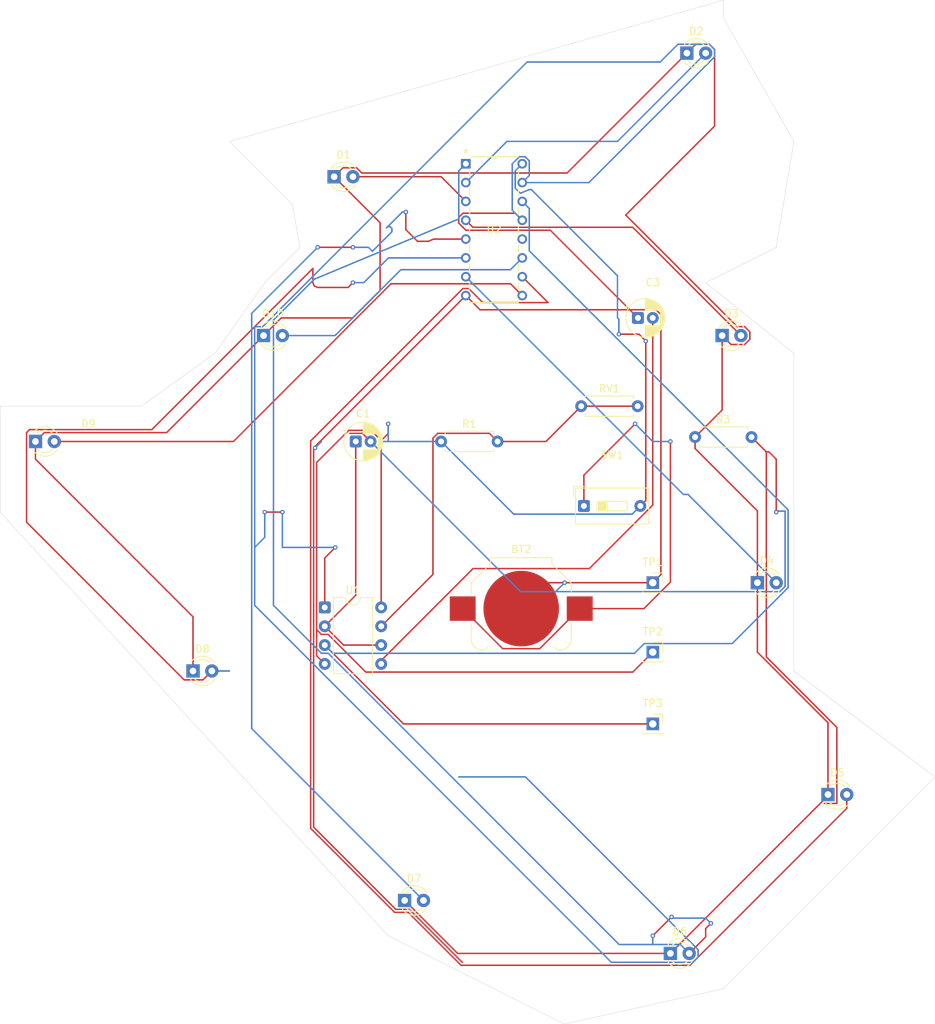
<source format=kicad_pcb>
(kicad_pcb (version 20241229) (generator "pcbnew") (generator_version "9.0")
  (layers (0 "F.Cu" signal) (2 "B.Cu" signal) (13 "F.Paste" user) (15 "B.Paste" user) (5 "F.SilkS" user "F.Silkscreen") (7 "B.SilkS" user "B.Silkscreen") (1 "F.Mask" user) (3 "B.Mask" user) (25 "Edge.Cuts" user))
  (net 0 "")
  (net 1 "GND")
  (net 2 "Net-(BT2-+)")
  (net 3 "TR")
  (net 4 "Net-(U1-CV)")
  (net 5 "Net-(D1-K)")
  (net 6 "Net-(D1-A)")
  (net 7 "Net-(D2-A)")
  (net 8 "Net-(D3-A)")
  (net 9 "Net-(D4-A)")
  (net 10 "Net-(D5-A)")
  (net 11 "Net-(D6-A)")
  (net 12 "Net-(D7-A)")
  (net 13 "Net-(D8-A)")
  (net 14 "Net-(D9-A)")
  (net 15 "Net-(D10-A)")
  (net 16 "+5V")
  (net 17 "Net-(U1-DIS)")
  (net 18 "OUT")
  (footprint "Resistor_THT:R_Axial_DIN0207_L6.3mm_D2.5mm_P7.62mm_Horizontal" (layer "F.Cu") (at 162.8775 73.2225)
    (property "Reference" "R3" (at 3.81 -2.37 0) (layer "F.SilkS"))
    (property "Value" "470")
    (pad "1" thru_hole circle (at 0 0) (size 1.6 1.6) (drill 0.8) (layers "*.Cu" "*.Mask") (net 5 "Net-(D1-K)"))
    (pad "2" thru_hole circle (at 7.62 0) (size 1.6 1.6) (drill 0.8) (layers "*.Cu" "*.Mask") (net 1 "GND"))
  )
  (footprint "Capacitor_THT:CP_Radial_D5.0mm_P2.00mm" (layer "F.Cu") (at 117.0625 73.81875)
    (property "Reference" "C1" (at 1 -3.75 0) (layer "F.SilkS"))
    (property "Value" "1 uF")
    (pad "1" thru_hole roundrect (at 0 0) (size 1.6 1.6) (drill 0.8) (layers "*.Cu" "*.Mask") (roundrect_rratio 0.15625) (net 3 "TR"))
    (pad "2" thru_hole circle (at 2 0) (size 1.6 1.6) (drill 0.8) (layers "*.Cu" "*.Mask") (net 1 "GND"))
  )
  (footprint "LED_THT:LED_D3.0mm" (layer "F.Cu") (at 114.14125 38.1)
    (property "Reference" "D1" (at 1.27 -2.96 0) (layer "F.SilkS"))
    (property "Value" "LED")
    (pad "1" thru_hole rect (at 0 0) (size 1.8 1.8) (drill 0.9) (layers "*.Cu" "*.Mask") (net 5 "Net-(D1-K)"))
    (pad "2" thru_hole circle (at 2.54 0) (size 1.8 1.8) (drill 0.9) (layers "*.Cu" "*.Mask") (net 6 "Net-(D1-A)"))
  )
  (footprint "Resistor_THT:R_Axial_DIN0207_L6.3mm_D2.5mm_P7.62mm_Horizontal" (layer "F.Cu") (at 128.5875 73.81875)
    (property "Reference" "R1" (at 3.81 -2.37 0) (layer "F.SilkS"))
    (property "Value" "1k")
    (pad "1" thru_hole circle (at 0 0) (size 1.6 1.6) (drill 0.8) (layers "*.Cu" "*.Mask") (net 16 "+5V"))
    (pad "2" thru_hole circle (at 7.62 0) (size 1.6 1.6) (drill 0.8) (layers "*.Cu" "*.Mask") (net 17 "Net-(U1-DIS)"))
  )
  (footprint "LED_THT:LED_D3.0mm" (layer "F.Cu") (at 171.29125 92.86875)
    (property "Reference" "D4" (at 1.27 -2.96 0) (layer "F.SilkS"))
    (property "Value" "LED")
    (pad "1" thru_hole rect (at 0 0) (size 1.8 1.8) (drill 0.9) (layers "*.Cu" "*.Mask") (net 5 "Net-(D1-K)"))
    (pad "2" thru_hole circle (at 2.54 0) (size 1.8 1.8) (drill 0.9) (layers "*.Cu" "*.Mask") (net 9 "Net-(D4-A)"))
  )
  (footprint "footprints:N16" (layer "F.Cu") (at 139.54125 54.13375)
    (property "Reference" "U2" (at -3.81 -8.89 0) (layer "F.SilkS"))
    (property "Value" "4017")
    (fp_text user "*" (at -7.62 -19.1897 0) (layer "F.SilkS"))
    (fp_text user "*" (at -7.62 -19.1897 0) (layer "F.SilkS"))
    (pad "1" thru_hole rect (at -7.62 -17.78) (size 1.2954 1.2954) (drill 0.7874) (layers "*.Cu" "*.Mask") (net 11 "Net-(D6-A)"))
    (pad "2" thru_hole circle (at -7.62 -15.24) (size 1.2954 1.2954) (drill 0.7874) (layers "*.Cu" "*.Mask") (net 7 "Net-(D2-A)"))
    (pad "3" thru_hole circle (at -7.62 -12.7) (size 1.2954 1.2954) (drill 0.7874) (layers "*.Cu" "*.Mask") (net 6 "Net-(D1-A)"))
    (pad "4" thru_hole circle (at -7.62 -10.16) (size 1.2954 1.2954) (drill 0.7874) (layers "*.Cu" "*.Mask") (net 8 "Net-(D3-A)"))
    (pad "5" thru_hole circle (at -7.62 -7.62) (size 1.2954 1.2954) (drill 0.7874) (layers "*.Cu" "*.Mask") (net 12 "Net-(D7-A)"))
    (pad "6" thru_hole circle (at -7.62 -5.08) (size 1.2954 1.2954) (drill 0.7874) (layers "*.Cu" "*.Mask") (net 13 "Net-(D8-A)"))
    (pad "7" thru_hole circle (at -7.62 -2.54) (size 1.2954 1.2954) (drill 0.7874) (layers "*.Cu" "*.Mask") (net 9 "Net-(D4-A)"))
    (pad "8" thru_hole circle (at -7.62 0) (size 1.2954 1.2954) (drill 0.7874) (layers "*.Cu" "*.Mask") (net 1 "GND"))
    (pad "9" thru_hole circle (at 0 0) (size 1.2954 1.2954) (drill 0.7874) (layers "*.Cu" "*.Mask") (net 14 "Net-(D9-A)"))
    (pad "10" thru_hole circle (at 0 -2.54) (size 1.2954 1.2954) (drill 0.7874) (layers "*.Cu" "*.Mask") (net 10 "Net-(D5-A)"))
    (pad "11" thru_hole circle (at 0 -5.08) (size 1.2954 1.2954) (drill 0.7874) (layers "*.Cu" "*.Mask") (net 15 "Net-(D10-A)"))
    (pad "12" thru_hole circle (at 0 -7.62) (size 1.2954 1.2954) (drill 0.7874) (layers "*.Cu" "*.Mask"))
    (pad "13" thru_hole circle (at 0 -10.16) (size 1.2954 1.2954) (drill 0.7874) (layers "*.Cu" "*.Mask") (net 1 "GND"))
    (pad "14" thru_hole circle (at 0 -12.7) (size 1.2954 1.2954) (drill 0.7874) (layers "*.Cu" "*.Mask") (net 18 "OUT"))
    (pad "15" thru_hole circle (at 0 -15.24) (size 1.2954 1.2954) (drill 0.7874) (layers "*.Cu" "*.Mask") (net 1 "GND"))
    (pad "16" thru_hole circle (at 0 -17.78) (size 1.2954 1.2954) (drill 0.7874) (layers "*.Cu" "*.Mask") (net 16 "+5V"))
  )
  (footprint "LED_THT:LED_D3.0mm" (layer "F.Cu") (at 104.61625 59.53125)
    (property "Reference" "D10" (at 1.27 -2.96 0) (layer "F.SilkS"))
    (property "Value" "LED")
    (pad "1" thru_hole rect (at 0 0) (size 1.8 1.8) (drill 0.9) (layers "*.Cu" "*.Mask") (net 5 "Net-(D1-K)"))
    (pad "2" thru_hole circle (at 2.54 0) (size 1.8 1.8) (drill 0.9) (layers "*.Cu" "*.Mask") (net 15 "Net-(D10-A)"))
  )
  (footprint "LED_THT:LED_D3.0mm" (layer "F.Cu") (at 180.81625 121.44375)
    (property "Reference" "D5" (at 1.27 -2.96 0) (layer "F.SilkS"))
    (property "Value" "LED")
    (pad "1" thru_hole rect (at 0 0) (size 1.8 1.8) (drill 0.9) (layers "*.Cu" "*.Mask") (net 5 "Net-(D1-K)"))
    (pad "2" thru_hole circle (at 2.54 0) (size 1.8 1.8) (drill 0.9) (layers "*.Cu" "*.Mask") (net 10 "Net-(D5-A)"))
  )
  (footprint "LED_THT:LED_D3.0mm" (layer "F.Cu") (at 95.09125 104.775)
    (property "Reference" "D8" (at 1.27 -2.96 0) (layer "F.SilkS"))
    (property "Value" "LED")
    (pad "1" thru_hole rect (at 0 0) (size 1.8 1.8) (drill 0.9) (layers "*.Cu" "*.Mask") (net 5 "Net-(D1-K)"))
    (pad "2" thru_hole circle (at 2.54 0) (size 1.8 1.8) (drill 0.9) (layers "*.Cu" "*.Mask") (net 13 "Net-(D8-A)"))
  )
  (footprint "Package_DIP:DIP-8_W7.62mm" (layer "F.Cu") (at 112.87625 96.2025)
    (property "Reference" "U1" (at 3.81 -2.33 0) (layer "F.SilkS"))
    (property "Value" "NE555P")
    (pad "1" thru_hole roundrect (at 0 0) (size 1.6 1.6) (drill 0.8) (layers "*.Cu" "*.Mask") (roundrect_rratio 0.15625) (net 1 "GND"))
    (pad "2" thru_hole circle (at 0 2.54) (size 1.6 1.6) (drill 0.8) (layers "*.Cu" "*.Mask") (net 3 "TR"))
    (pad "3" thru_hole circle (at 0 5.08) (size 1.6 1.6) (drill 0.8) (layers "*.Cu" "*.Mask") (net 18 "OUT"))
    (pad "4" thru_hole circle (at 0 7.62) (size 1.6 1.6) (drill 0.8) (layers "*.Cu" "*.Mask") (net 16 "+5V"))
    (pad "5" thru_hole circle (at 7.62 7.62) (size 1.6 1.6) (drill 0.8) (layers "*.Cu" "*.Mask") (net 4 "Net-(U1-CV)"))
    (pad "6" thru_hole circle (at 7.62 5.08) (size 1.6 1.6) (drill 0.8) (layers "*.Cu" "*.Mask") (net 3 "TR"))
    (pad "7" thru_hole circle (at 7.62 2.54) (size 1.6 1.6) (drill 0.8) (layers "*.Cu" "*.Mask") (net 17 "Net-(U1-DIS)"))
    (pad "8" thru_hole circle (at 7.62 0) (size 1.6 1.6) (drill 0.8) (layers "*.Cu" "*.Mask") (net 16 "+5V"))
  )
  (footprint "Button_Switch_THT:SW_DIP_SPSTx01_Slide_9.78x4.72mm_W7.62mm_P2.54mm" (layer "F.Cu") (at 147.865 82.5175)
    (property "Reference" "SW1" (at 3.81 -6.8625 0) (layer "F.SilkS"))
    (property "Value" "SW_SPST")
    (pad "1" thru_hole roundrect (at 0 0) (size 1.6 1.6) (drill 0.8) (layers "*.Cu" "*.Mask") (roundrect_rratio 0.15625) (net 2 "Net-(BT2-+)"))
    (pad "2" thru_hole circle (at 7.62 0) (size 1.6 1.6) (drill 0.8) (layers "*.Cu" "*.Mask") (net 16 "+5V"))
  )
  (footprint "Connector_PinSocket_2.54mm:PinSocket_1x01_P2.54mm_Vertical" (layer "F.Cu") (at 157.1625 92.86875)
    (property "Reference" "TP1" (at 0 -2.77 0) (layer "F.SilkS"))
    (property "Value" "TestPoint")
    (pad "1" thru_hole rect (at 0 0) (size 1.7 1.7) (drill 1) (layers "*.Cu" "*.Mask") (net 1 "GND"))
  )
  (footprint "Connector_PinSocket_2.54mm:PinSocket_1x01_P2.54mm_Vertical" (layer "F.Cu") (at 157.1625 102.23125)
    (property "Reference" "TP2" (at 0 -2.77 0) (layer "F.SilkS"))
    (property "Value" "TestPoint")
    (pad "1" thru_hole rect (at 0 0) (size 1.7 1.7) (drill 1) (layers "*.Cu" "*.Mask") (net 16 "+5V"))
  )
  (footprint "Resistor_THT:R_Axial_DIN0207_L6.3mm_D2.5mm_P7.62mm_Horizontal" (layer "F.Cu") (at 147.5 69.05625)
    (property "Reference" "RV1" (at 3.81 -2.37 0) (layer "F.SilkS"))
    (property "Value" "50k")
    (pad "1" thru_hole circle (at 0 0) (size 1.6 1.6) (drill 0.8) (layers "*.Cu" "*.Mask") (net 17 "Net-(U1-DIS)"))
    (pad "2" thru_hole circle (at 7.62 0) (size 1.6 1.6) (drill 0.8) (layers "*.Cu" "*.Mask") (net 17 "Net-(U1-DIS)"))
  )
  (footprint "LED_THT:LED_D3.0mm" (layer "F.Cu") (at 166.52875 59.53125)
    (property "Reference" "D3" (at 1.27 -2.96 0) (layer "F.SilkS"))
    (property "Value" "LED")
    (pad "1" thru_hole rect (at 0 0) (size 1.8 1.8) (drill 0.9) (layers "*.Cu" "*.Mask") (net 5 "Net-(D1-K)"))
    (pad "2" thru_hole circle (at 2.54 0) (size 1.8 1.8) (drill 0.9) (layers "*.Cu" "*.Mask") (net 8 "Net-(D3-A)"))
  )
  (footprint "LED_THT:LED_D3.0mm" (layer "F.Cu") (at 73.81875 73.81875)
    (property "Reference" "D9" (at 7.14375 -2.38125 0) (layer "F.SilkS"))
    (property "Value" "LED")
    (pad "1" thru_hole rect (at 0 0) (size 1.8 1.8) (drill 0.9) (layers "*.Cu" "*.Mask") (net 5 "Net-(D1-K)"))
    (pad "2" thru_hole circle (at 2.54 0) (size 1.8 1.8) (drill 0.9) (layers "*.Cu" "*.Mask") (net 14 "Net-(D9-A)"))
  )
  (footprint "LED_THT:LED_D3.0mm" (layer "F.Cu") (at 123.66625 135.73125)
    (property "Reference" "D7" (at 1.27 -2.96 0) (layer "F.SilkS"))
    (property "Value" "LED")
    (pad "1" thru_hole rect (at 0 0) (size 1.8 1.8) (drill 0.9) (layers "*.Cu" "*.Mask") (net 5 "Net-(D1-K)"))
    (pad "2" thru_hole circle (at 2.54 0) (size 1.8 1.8) (drill 0.9) (layers "*.Cu" "*.Mask") (net 12 "Net-(D7-A)"))
  )
  (footprint "LED_THT:LED_D3.0mm" (layer "F.Cu") (at 159.54375 142.875)
    (property "Reference" "D6" (at 1.27 -2.96 0) (layer "F.SilkS"))
    (property "Value" "LED")
    (pad "1" thru_hole rect (at 0 0) (size 1.8 1.8) (drill 0.9) (layers "*.Cu" "*.Mask") (net 5 "Net-(D1-K)"))
    (pad "2" thru_hole circle (at 2.54 0) (size 1.8 1.8) (drill 0.9) (layers "*.Cu" "*.Mask") (net 11 "Net-(D6-A)"))
  )
  (footprint "Capacitor_THT:CP_Radial_D5.0mm_P2.00mm" (layer "F.Cu") (at 155.1625 57.15)
    (property "Reference" "C3" (at 2 -4.7625 0) (layer "F.SilkS"))
    (property "Value" "0.01 uF")
    (pad "1" thru_hole roundrect (at 0 0) (size 1.6 1.6) (drill 0.8) (layers "*.Cu" "*.Mask") (roundrect_rratio 0.15625) (net 1 "GND"))
    (pad "2" thru_hole circle (at 2 0) (size 1.6 1.6) (drill 0.8) (layers "*.Cu" "*.Mask") (net 4 "Net-(U1-CV)"))
  )
  (footprint "LED_THT:LED_D3.0mm" (layer "F.Cu") (at 161.76625 21.43125)
    (property "Reference" "D2" (at 1.27 -2.96 0) (layer "F.SilkS"))
    (property "Value" "LED")
    (pad "1" thru_hole rect (at 0 0) (size 1.8 1.8) (drill 0.9) (layers "*.Cu" "*.Mask") (net 5 "Net-(D1-K)"))
    (pad "2" thru_hole circle (at 2.54 0) (size 1.8 1.8) (drill 0.9) (layers "*.Cu" "*.Mask") (net 7 "Net-(D2-A)"))
  )
  (footprint "Battery:BatteryHolder_Keystone_3000_1x12mm" (layer "F.Cu") (at 139.4 96.3625)
    (property "Reference" "BT2" (at 0 -8 0) (layer "F.SilkS"))
    (property "Value" "Battery_Cell")
    (pad "1" smd rect (at -7.9 0) (size 3.5 3.3) (layers "F.Cu" "F.Mask" "F.Paste") (net 2 "Net-(BT2-+)"))
    (pad "1" smd rect (at 7.9 0) (size 3.5 3.3) (layers "F.Cu" "F.Mask" "F.Paste") (net 2 "Net-(BT2-+)"))
    (pad "2" smd circle (at 0 0) (size 10.2 10.2) (layers "F.Cu" "F.Mask") (net 1 "GND"))
  )
  (footprint "Connector_PinSocket_2.54mm:PinSocket_1x01_P2.54mm_Vertical" (layer "F.Cu") (at 157.1625 111.91875)
    (property "Reference" "TP3" (at 0 -2.77 0) (layer "F.SilkS"))
    (property "Value" "TestPoint")
    (pad "1" thru_hole rect (at 0 0) (size 1.7 1.7) (drill 1) (layers "*.Cu" "*.Mask") (net 18 "OUT"))
  )
  (gr_line (start 176.2125 104.775) (end 195.2625 119.0625) (stroke (width 0.05)) (layer "Edge.Cuts"))
  (gr_line (start 176.2125 33.3375) (end 173.83125 47.625) (stroke (width 0.05)) (layer "Edge.Cuts"))
  (gr_line (start 100.0125 33.3375) (end 104.775 38.1) (stroke (width 0.05)) (layer "Edge.Cuts"))
  (gr_line (start 108.518616 41.875383) (end 104.775 38.1) (stroke (width 0.05)) (layer "Edge.Cuts"))
  (gr_line (start 121.44375 140.49375) (end 69.05625 83.34375) (stroke (width 0.05)) (layer "Edge.Cuts"))
  (gr_line (start 109.5375 47.625) (end 108.518616 41.875383) (stroke (width 0.05)) (layer "Edge.Cuts"))
  (gr_line (start 164.30625 52.3875) (end 176.2125 61.9125) (stroke (width 0.05)) (layer "Edge.Cuts"))
  (gr_line (start 166.6875 147.6375) (end 145.25625 152.4) (stroke (width 0.05)) (layer "Edge.Cuts"))
  (gr_line (start 69.05625 83.34375) (end 69.05625 69.05625) (stroke (width 0.05)) (layer "Edge.Cuts"))
  (gr_line (start 173.83125 47.625) (end 164.30625 52.3875) (stroke (width 0.05)) (layer "Edge.Cuts"))
  (gr_line (start 166.6875 16.66875) (end 176.2125 33.3375) (stroke (width 0.05)) (layer "Edge.Cuts"))
  (gr_line (start 69.05625 69.05625) (end 88.10625 69.05625) (stroke (width 0.05)) (layer "Edge.Cuts"))
  (gr_line (start 176.2125 61.9125) (end 176.2125 104.775) (stroke (width 0.05)) (layer "Edge.Cuts"))
  (gr_line (start 166.6875 14.2875) (end 166.6875 16.66875) (stroke (width 0.05)) (layer "Edge.Cuts"))
  (gr_line (start 195.2625 119.0625) (end 180.975 133.35) (stroke (width 0.05)) (layer "Edge.Cuts"))
  (gr_line (start 88.10625 69.05625) (end 98.080274 61.9125) (stroke (width 0.05)) (layer "Edge.Cuts"))
  (gr_line (start 145.25625 152.4) (end 121.44375 140.49375) (stroke (width 0.05)) (layer "Edge.Cuts"))
  (gr_line (start 104.775 52.3875) (end 109.5375 47.625) (stroke (width 0.05)) (layer "Edge.Cuts"))
  (gr_line (start 180.975 133.35) (end 166.6875 147.6375) (stroke (width 0.05)) (layer "Edge.Cuts"))
  (gr_line (start 100.0125 33.3375) (end 166.6875 14.2875) (stroke (width 0.05)) (layer "Edge.Cuts"))
  (gr_line (start 98.080274 61.9125) (end 104.775 52.3875) (stroke (width 0.05)) (layer "Edge.Cuts"))
  (segment (start 172.49225 75.21725) (end 172.49225 102.8689) (width 0.2) (layer "F.Cu") (net 1))
  (segment (start 155.1625 57.15) (end 143.33595 45.32345) (width 0.2) (layer "F.Cu") (net 1))
  (segment (start 112.87625 89.53) (end 114.3 88.10625) (width 0.2) (layer "F.Cu") (net 1))
  (segment (start 182.01725 122.64475) (end 180.3411 122.64475) (width 0.2) (layer "F.Cu") (net 1))
  (segment (start 143.33595 45.32345) (end 131.929285 45.32345) (width 0.2) (layer "F.Cu") (net 1))
  (segment (start 133.8365 56.049) (end 131.92125 54.13375) (width 0.2) (layer "F.Cu") (net 1))
  (segment (start 173.83125 76.2) (end 172.8485 75.21725) (width 0.2) (layer "F.Cu") (net 1))
  (segment (start 173.83125 83.34375) (end 173.83125 76.2) (width 0.2) (layer "F.Cu") (net 1))
  (segment (start 158.2635 56.69395) (end 157.61855 56.049) (width 0.2) (layer "F.Cu") (net 1))
  (segment (start 107.15625 83.34375) (end 104.775 83.34375) (width 0.2) (layer "F.Cu") (net 1))
  (segment (start 170.4975 73.2225) (end 172.49225 75.21725) (width 0.2) (layer "F.Cu") (net 1))
  (segment (start 131.4439 144.076) (end 124.30015 136.93225) (width 0.2) (layer "F.Cu") (net 1))
  (segment (start 130.97255 43.580785) (end 131.528285 43.02505) (width 0.2) (layer "F.Cu") (net 1))
  (segment (start 158.2635 91.76775) (end 158.2635 56.69395) (width 0.2) (layer "F.Cu") (net 1))
  (segment (start 122.46525 136.93225) (end 111.37425 125.84125) (width 0.2) (layer "F.Cu") (net 1))
  (segment (start 172.49225 102.8689) (end 182.01725 112.3939) (width 0.2) (layer "F.Cu") (net 1))
  (segment (start 116.27734 72.71775) (end 117.9615 72.71775) (width 0.2) (layer "F.Cu") (net 1))
  (segment (start 131.528285 43.02505) (end 138.59255 43.02505) (width 0.2) (layer "F.Cu") (net 1))
  (segment (start 124.30015 136.93225) (end 122.46525 136.93225) (width 0.2) (layer "F.Cu") (net 1))
  (segment (start 138.59255 43.02505) (end 139.54125 43.97375) (width 0.2) (layer "F.Cu") (net 1))
  (segment (start 130.97255 44.366715) (end 130.97255 43.580785) (width 0.2) (layer "F.Cu") (net 1))
  (segment (start 142.89375 92.86875) (end 139.4 96.3625) (width 0.2) (layer "F.Cu") (net 1))
  (segment (start 111.37425 74.68075) (end 131.92125 54.13375) (width 0.2) (layer "F.Cu") (net 1))
  (segment (start 111.37425 125.84125) (end 111.37425 74.68075) (width 0.2) (layer "F.Cu") (net 1))
  (segment (start 157.1625 92.86875) (end 158.2635 91.76775) (width 0.2) (layer "F.Cu") (net 1))
  (segment (start 182.01725 112.3939) (end 182.01725 122.64475) (width 0.2) (layer "F.Cu") (net 1))
  (segment (start 157.61855 56.049) (end 133.8365 56.049) (width 0.2) (layer "F.Cu") (net 1))
  (segment (start 131.929285 45.32345) (end 130.97255 44.366715) (width 0.2) (layer "F.Cu") (net 1))
  (segment (start 157.1625 92.86875) (end 142.89375 92.86875) (width 0.2) (layer "F.Cu") (net 1))
  (segment (start 112.87625 96.2025) (end 112.87625 89.53) (width 0.2) (layer "F.Cu") (net 1))
  (segment (start 117.9615 72.71775) (end 119.0625 73.81875) (width 0.2) (layer "F.Cu") (net 1))
  (segment (start 172.8485 75.21725) (end 172.49225 75.21725) (width 0.2) (layer "F.Cu") (net 1))
  (via (at 104.775 83.34375) (size 0.6) (drill 0.3) (layers "F.Cu" "B.Cu") (net 1))
  (via (at 173.83125 83.34375) (size 0.6) (drill 0.3) (layers "F.Cu" "B.Cu") (net 1))
  (via (at 145.25625 92.86875) (size 0.6) (drill 0.3) (layers "F.Cu" "B.Cu") (net 1))
  (via (at 107.15625 83.34375) (size 0.6) (drill 0.3) (layers "F.Cu" "B.Cu") (net 1))
  (via (at 114.3 88.10625) (size 0.6) (drill 0.3) (layers "F.Cu" "B.Cu") (net 1))
  (via (at 111.57325 74.68075) (size 0.6) (drill 0.3) (layers "F.Cu" "B.Cu") (net 1))
  (segment (start 144.05525 94.06975) (end 139.3135 94.06975) (width 0.2) (layer "B.Cu") (net 1))
  (segment (start 104.775 86.7465) (end 103.41525 88.10625) (width 0.2) (layer "B.Cu") (net 1))
  (segment (start 175.03225 93.366221) (end 174.328721 94.06975) (width 0.2) (layer "B.Cu") (net 1))
  (segment (start 175.03225 83.203085) (end 175.03225 93.366221) (width 0.2) (layer "B.Cu") (net 1))
  (segment (start 174.328721 94.06975) (end 144.05525 94.06975) (width 0.2) (layer "B.Cu") (net 1))
  (segment (start 160.56525 20.23025) (end 158.16325 22.63225) (width 0.2) (layer "B.Cu") (net 1))
  (segment (start 103.41525 95.91855) (end 151.5727 144.076) (width 0.2) (layer "B.Cu") (net 1))
  (segment (start 138.19155 42.62405) (end 139.54125 43.97375) (width 0.2) (layer "B.Cu") (net 1))
  (segment (start 103.41525 58.33025) (end 103.41525 88.10625) (width 0.2) (layer "B.Cu") (net 1))
  (segment (start 139.148285 35.40505) (end 138.19155 36.361785) (width 0.2) (layer "B.Cu") (net 1))
  (segment (start 173.971915 83.203085) (end 173.83125 83.34375) (width 0.2) (layer "B.Cu") (net 1))
  (segment (start 151.5727 144.076) (end 162.581221 144.076) (width 0.2) (layer "B.Cu") (net 1))
  (segment (start 148.542221 38.89375) (end 165.50725 21.928721) (width 0.2) (layer "B.Cu") (net 1))
  (segment (start 139.54125 38.89375) (end 148.542221 38.89375) (width 0.2) (layer "B.Cu") (net 1))
  (segment (start 104.775 83.34375) (end 104.775 86.7465) (width 0.2) (layer "B.Cu") (net 1))
  (segment (start 112.43525 73.81875) (end 111.57325 74.68075) (width 0.2) (layer "B.Cu") (net 1))
  (segment (start 139.54125 38.89375) (end 140.48995 37.94505) (width 0.2) (layer "B.Cu") (net 1))
  (segment (start 145.25625 92.86875) (end 144.05525 94.06975) (width 0.2) (layer "B.Cu") (net 1))
  (segment (start 140.48995 37.94505) (end 140.48995 35.960785) (width 0.2) (layer "B.Cu") (net 1))
  (segment (start 140.48995 35.960785) (end 139.934215 35.40505) (width 0.2) (layer "B.Cu") (net 1))
  (segment (start 165.50725 21.928721) (end 165.50725 20.933779) (width 0.2) (layer "B.Cu") (net 1))
  (segment (start 139.969721 119.0625) (end 130.96875 119.0625) (width 0.2) (layer "B.Cu") (net 1))
  (segment (start 158.16325 22.63225) (end 140.186931 22.63225) (width 0.2) (layer "B.Cu") (net 1))
  (segment (start 165.50725 20.933779) (end 164.803721 20.23025) (width 0.2) (layer "B.Cu") (net 1))
  (segment (start 163.28475 142.377529) (end 139.969721 119.0625) (width 0.2) (layer "B.Cu") (net 1))
  (segment (start 138.19155 36.361785) (end 138.19155 42.62405) (width 0.2) (layer "B.Cu") (net 1))
  (segment (start 139.934215 35.40505) (end 139.148285 35.40505) (width 0.2) (layer "B.Cu") (net 1))
  (segment (start 104.488931 58.33025) (end 103.41525 58.33025) (width 0.2) (layer "B.Cu") (net 1))
  (segment (start 114.3 88.10625) (end 107.15625 88.10625) (width 0.2) (layer "B.Cu") (net 1))
  (segment (start 107.15625 88.10625) (end 107.15625 83.34375) (width 0.2) (layer "B.Cu") (net 1))
  (segment (start 139.3135 94.06975) (end 119.0625 73.81875) (width 0.2) (layer "B.Cu") (net 1))
  (segment (start 175.03225 83.203085) (end 173.971915 83.203085) (width 0.2) (layer "B.Cu") (net 1))
  (segment (start 163.28475 143.372471) (end 163.28475 142.377529) (width 0.2) (layer "B.Cu") (net 1))
  (segment (start 103.41525 88.10625) (end 103.41525 95.91855) (width 0.2) (layer "B.Cu") (net 1))
  (segment (start 162.581221 144.076) (end 163.28475 143.372471) (width 0.2) (layer "B.Cu") (net 1))
  (segment (start 164.803721 20.23025) (end 160.56525 20.23025) (width 0.2) (layer "B.Cu") (net 1))
  (segment (start 140.186931 22.63225) (end 104.488931 58.33025) (width 0.2) (layer "B.Cu") (net 1))
  (segment (start 147.3 96.3625) (end 155.97075 96.3625) (width 0.2) (layer "F.Cu") (net 2))
  (segment (start 159.54375 92.7895) (end 159.54375 76.2) (width 0.2) (layer "F.Cu") (net 2))
  (segment (start 147.3 96.3625) (end 141.899 101.7635) (width 0.2) (layer "F.Cu") (net 2))
  (segment (start 159.54375 76.2) (end 159.54375 73.81875) (width 0.2) (layer "F.Cu") (net 2))
  (segment (start 141.899 101.7635) (end 136.901 101.7635) (width 0.2) (layer "F.Cu") (net 2))
  (segment (start 136.901 101.7635) (end 131.5 96.3625) (width 0.2) (layer "F.Cu") (net 2))
  (segment (start 147.865 78.35375) (end 147.865 82.5175) (width 0.2) (layer "F.Cu") (net 2))
  (segment (start 154.78125 71.4375) (end 147.865 78.35375) (width 0.2) (layer "F.Cu") (net 2))
  (segment (start 155.97075 96.3625) (end 159.54375 92.7895) (width 0.2) (layer "F.Cu") (net 2))
  (via (at 159.54375 73.81875) (size 0.6) (drill 0.3) (layers "F.Cu" "B.Cu") (net 2))
  (via (at 154.78125 71.4375) (size 0.6) (drill 0.3) (layers "F.Cu" "B.Cu") (net 2))
  (segment (start 159.54375 73.81875) (end 157.1625 73.81875) (width 0.2) (layer "B.Cu") (net 2))
  (segment (start 157.1625 73.81875) (end 154.78125 71.4375) (width 0.2) (layer "B.Cu") (net 2))
  (segment (start 117.0625 94.55625) (end 117.0625 73.81875) (width 0.2) (layer "F.Cu") (net 3))
  (segment (start 115.41625 101.2825) (end 112.87625 98.7425) (width 0.2) (layer "F.Cu") (net 3))
  (segment (start 120.49625 101.2825) (end 115.41625 101.2825) (width 0.2) (layer "F.Cu") (net 3))
  (segment (start 112.87625 98.7425) (end 117.0625 94.55625) (width 0.2) (layer "F.Cu") (net 3))
  (segment (start 132.899 90.9615) (end 120.49625 103.36425) (width 0.2) (layer "F.Cu") (net 4))
  (segment (start 120.49625 103.36425) (end 120.49625 103.8225) (width 0.2) (layer "F.Cu") (net 4))
  (segment (start 148.59805 90.9615) (end 132.899 90.9615) (width 0.2) (layer "F.Cu") (net 4))
  (segment (start 157.1625 82.39705) (end 148.59805 90.9615) (width 0.2) (layer "F.Cu") (net 4))
  (segment (start 157.1625 57.15) (end 157.1625 82.39705) (width 0.2) (layer "F.Cu") (net 4))
  (segment (start 180.81625 121.44375) (end 180.81625 121.6025) (width 0.2) (layer "F.Cu") (net 5))
  (segment (start 162.96725 20.23025) (end 161.76625 21.43125) (width 0.2) (layer "F.Cu") (net 5))
  (segment (start 165.50725 20.933779) (end 164.803721 20.23025) (width 0.2) (layer "F.Cu") (net 5))
  (segment (start 166.52875 59.53125) (end 166.52875 69.57125) (width 0.2) (layer "F.Cu") (net 5))
  (segment (start 114.14125 38.1) (end 120.349407 44.308157) (width 0.2) (layer "F.Cu") (net 5))
  (segment (start 145.594971 37.602529) (end 117.88225 37.602529) (width 0.2) (layer "F.Cu") (net 5))
  (segment (start 95.09125 104.775) (end 95.09125 97.4725) (width 0.2) (layer "F.Cu") (net 5))
  (segment (start 117.88225 37.602529) (end 117.178721 36.899) (width 0.2) (layer "F.Cu") (net 5))
  (segment (start 120.349407 44.308157) (end 120.349407 53.453013) (width 0.2) (layer "F.Cu") (net 5))
  (segment (start 180.81625 121.6025) (end 159.54375 142.875) (width 0.2) (layer "F.Cu") (net 5))
  (segment (start 104.61625 59.53125) (end 91.52975 72.61775) (width 0.2) (layer "F.Cu") (net 5))
  (segment (start 171.29125 102.235) (end 180.81625 111.76) (width 0.2) (layer "F.Cu") (net 5))
  (segment (start 130.81 142.875) (end 123.66625 135.73125) (width 0.2) (layer "F.Cu") (net 5))
  (segment (start 171.29125 83.185) (end 171.29125 92.86875) (width 0.2) (layer "F.Cu") (net 5))
  (segment (start 169.566221 60.73225) (end 170.26975 60.028721) (width 0.2) (layer "F.Cu") (net 5))
  (segment (start 167.72975 60.73225) (end 169.566221 60.73225) (width 0.2) (layer "F.Cu") (net 5))
  (segment (start 169.566221 58.33025) (end 168.571279 58.33025) (width 0.2) (layer "F.Cu") (net 5))
  (segment (start 165.50725 31.274221) (end 165.50725 20.933779) (width 0.2) (layer "F.Cu") (net 5))
  (segment (start 166.52875 69.57125) (end 162.8775 73.2225) (width 0.2) (layer "F.Cu") (net 5))
  (segment (start 171.29125 92.86875) (end 171.29125 102.235) (width 0.2) (layer "F.Cu") (net 5))
  (segment (start 159.54375 142.875) (end 130.81 142.875) (width 0.2) (layer "F.Cu") (net 5))
  (segment (start 168.571279 58.33025) (end 153.51125 43.270221) (width 0.2) (layer "F.Cu") (net 5))
  (segment (start 73.81875 76.2) (end 73.81875 73.81875) (width 0.2) (layer "F.Cu") (net 5))
  (segment (start 106.9975 57.15) (end 104.61625 59.53125) (width 0.2) (layer "F.Cu") (net 5))
  (segment (start 115.34225 36.899) (end 114.14125 38.1) (width 0.2) (layer "F.Cu") (net 5))
  (segment (start 95.09125 97.4725) (end 73.81875 76.2) (width 0.2) (layer "F.Cu") (net 5))
  (segment (start 91.52975 72.61775) (end 75.01975 72.61775) (width 0.2) (layer "F.Cu") (net 5))
  (segment (start 180.81625 111.76) (end 180.81625 121.44375) (width 0.2) (layer "F.Cu") (net 5))
  (segment (start 164.803721 20.23025) (end 162.96725 20.23025) (width 0.2) (layer "F.Cu") (net 5))
  (segment (start 116.65242 57.15) (end 106.9975 57.15) (width 0.2) (layer "F.Cu") (net 5))
  (segment (start 75.01975 72.61775) (end 73.81875 73.81875) (width 0.2) (layer "F.Cu") (net 5))
  (segment (start 162.8775 73.2225) (end 162.8775 74.77125) (width 0.2) (layer "F.Cu") (net 5))
  (segment (start 170.26975 59.033779) (end 169.566221 58.33025) (width 0.2) (layer "F.Cu") (net 5))
  (segment (start 120.349407 53.453013) (end 116.65242 57.15) (width 0.2) (layer "F.Cu") (net 5))
  (segment (start 170.26975 60.028721) (end 170.26975 59.033779) (width 0.2) (layer "F.Cu") (net 5))
  (segment (start 153.51125 43.270221) (end 165.50725 31.274221) (width 0.2) (layer "F.Cu") (net 5))
  (segment (start 161.76625 21.43125) (end 145.594971 37.602529) (width 0.2) (layer "F.Cu") (net 5))
  (segment (start 117.178721 36.899) (end 115.34225 36.899) (width 0.2) (layer "F.Cu") (net 5))
  (segment (start 162.8775 74.77125) (end 171.29125 83.185) (width 0.2) (layer "F.Cu") (net 5))
  (segment (start 166.52875 59.53125) (end 167.72975 60.73225) (width 0.2) (layer "F.Cu") (net 5))
  (segment (start 116.68125 38.1) (end 128.5875 38.1) (width 0.2) (layer "F.Cu") (net 6))
  (segment (start 128.5875 38.1) (end 131.92125 41.43375) (width 0.2) (layer "F.Cu") (net 6))
  (segment (start 131.92125 38.89375) (end 137.4775 33.3375) (width 0.2) (layer "B.Cu") (net 7))
  (segment (start 152.4 33.3375) (end 164.30625 21.43125) (width 0.2) (layer "B.Cu") (net 7))
  (segment (start 137.4775 33.3375) (end 152.4 33.3375) (width 0.2) (layer "B.Cu") (net 7))
  (segment (start 132.86995 44.92245) (end 131.92125 43.97375) (width 0.2) (layer "F.Cu") (net 8))
  (segment (start 169.06875 59.53125) (end 154.45995 44.92245) (width 0.2) (layer "F.Cu") (net 8))
  (segment (start 154.45995 44.92245) (end 132.86995 44.92245) (width 0.2) (layer "F.Cu") (net 8))
  (segment (start 173.83125 92.86875) (end 161.925 80.9625) (width 0.2) (layer "B.Cu") (net 9))
  (segment (start 161.29 80.9625) (end 131.92125 51.59375) (width 0.2) (layer "B.Cu") (net 9))
  (segment (start 161.925 80.9625) (end 161.29 80.9625) (width 0.2) (layer "B.Cu") (net 9))
  (segment (start 131.528285 53.18505) (end 132.314215 53.18505) (width 0.2) (layer "F.Cu") (net 10))
  (segment (start 122.29915 137.33325) (end 110.97325 126.00735) (width 0.2) (layer "F.Cu") (net 10))
  (segment (start 183.35625 123.300971) (end 162.180221 144.477) (width 0.2) (layer "F.Cu") (net 10))
  (segment (start 134.211615 55.08245) (end 143.02995 55.08245) (width 0.2) (layer "F.Cu") (net 10))
  (segment (start 162.180221 144.477) (end 131.2778 144.477) (width 0.2) (layer "F.Cu") (net 10))
  (segment (start 124.13405 137.33325) (end 122.29915 137.33325) (width 0.2) (layer "F.Cu") (net 10))
  (segment (start 183.35625 121.44375) (end 183.35625 123.300971) (width 0.2) (layer "F.Cu") (net 10))
  (segment (start 110.97325 73.740085) (end 131.528285 53.18505) (width 0.2) (layer "F.Cu") (net 10))
  (segment (start 143.02995 55.08245) (end 139.54125 51.59375) (width 0.2) (layer "F.Cu") (net 10))
  (segment (start 110.97325 126.00735) (end 110.97325 73.740085) (width 0.2) (layer "F.Cu") (net 10))
  (segment (start 131.2778 144.477) (end 124.13405 137.33325) (width 0.2) (layer "F.Cu") (net 10))
  (segment (start 132.314215 53.18505) (end 134.211615 55.08245) (width 0.2) (layer "F.Cu") (net 10))
  (segment (start 164.30625 140.49375) (end 164.30625 139.52813) (width 0.2) (layer "F.Cu") (net 11))
  (segment (start 164.30625 140.6525) (end 164.30625 140.49375) (width 0.2) (layer "F.Cu") (net 11))
  (segment (start 164.30625 139.52813) (end 165.014065 138.820315) (width 0.2) (layer "F.Cu") (net 11))
  (segment (start 162.08375 142.875) (end 164.30625 140.6525) (width 0.2) (layer "F.Cu") (net 11))
  (segment (start 159.706 137.95025) (end 157.1625 140.49375) (width 0.2) (layer "F.Cu") (net 11))
  (via (at 159.706 137.95025) (size 0.6) (drill 0.3) (layers "F.Cu" "B.Cu") (net 11))
  (via (at 157.1625 140.49375) (size 0.6) (drill 0.3) (layers "F.Cu" "B.Cu") (net 11))
  (via (at 165.014065 138.820315) (size 0.6) (drill 0.3) (layers "F.Cu" "B.Cu") (net 11))
  (segment (start 159.86825 138.1125) (end 159.706 137.95025) (width 0.2) (layer "B.Cu") (net 11))
  (segment (start 111.457803 51.928478) (end 105.95525 57.431031) (width 0.2) (layer "B.Cu") (net 11))
  (segment (start 113.3323 102.3835) (end 152.6228 141.674) (width 0.2) (layer "B.Cu") (net 11))
  (segment (start 161.925 138.1125) (end 159.86825 138.1125) (width 0.2) (layer "B.Cu") (net 11))
  (segment (start 160.88275 141.674) (end 162.08375 142.875) (width 0.2) (layer "B.Cu") (net 11))
  (segment (start 131.92125 36.35375) (end 130.97255 37.30245) (width 0.2) (layer "B.Cu") (net 11))
  (segment (start 165.014065 138.820315) (end 164.30625 138.1125) (width 0.2) (layer "B.Cu") (net 11))
  (segment (start 105.95525 95.91855) (end 112.4202 102.3835) (width 0.2) (layer "B.Cu") (net 11))
  (segment (start 152.6228 141.674) (end 157.1625 141.674) (width 0.2) (layer "B.Cu") (net 11))
  (segment (start 164.30625 138.1125) (end 161.925 138.1125) (width 0.2) (layer "B.Cu") (net 11))
  (segment (start 130.97255 37.30245) (end 130.97255 43.797334) (width 0.2) (layer "B.Cu") (net 11))
  (segment (start 105.95525 57.431031) (end 105.95525 95.91855) (width 0.2) (layer "B.Cu") (net 11))
  (segment (start 112.4202 102.3835) (end 113.3323 102.3835) (width 0.2) (layer "B.Cu") (net 11))
  (segment (start 157.1625 141.674) (end 160.88275 141.674) (width 0.2) (layer "B.Cu") (net 11))
  (segment (start 157.1625 140.49375) (end 157.1625 141.674) (width 0.2) (layer "B.Cu") (net 11))
  (segment (start 130.97255 43.797334) (end 111.457803 51.928478) (width 0.2) (layer "B.Cu") (net 11))
  (segment (start 127.57835 46.51375) (end 131.92125 46.51375) (width 0.2) (layer "F.Cu") (net 12))
  (segment (start 125.394266 46.813016) (end 123.825 45.24375) (width 0.2) (layer "F.Cu") (net 12))
  (segment (start 126.860111 46.813016) (end 125.394266 46.813016) (width 0.2) (layer "F.Cu") (net 12))
  (segment (start 116.68125 47.625) (end 111.91875 47.625) (width 0.2) (layer "F.Cu") (net 12))
  (segment (start 126.860111 46.813016) (end 127.57835 46.51375) (width 0.2) (layer "F.Cu") (net 12))
  (segment (start 123.825 45.24375) (end 123.825 42.8625) (width 0.2) (layer "F.Cu") (net 12))
  (via (at 111.91875 47.625) (size 0.6) (drill 0.3) (layers "F.Cu" "B.Cu") (net 12))
  (via (at 123.825 42.8625) (size 0.6) (drill 0.3) (layers "F.Cu" "B.Cu") (net 12))
  (via (at 116.68125 47.625) (size 0.6) (drill 0.3) (layers "F.Cu" "B.Cu") (net 12))
  (segment (start 121.941997 45.07765) (end 121.941997 45.528526) (width 0.2) (layer "B.Cu") (net 12))
  (segment (start 123.355147 42.8625) (end 121.208823 45.008824) (width 0.2) (layer "B.Cu") (net 12))
  (segment (start 119.454012 48.016512) (end 119.308735 48.161788) (width 0.2) (layer "B.Cu") (net 12))
  (segment (start 121.707097 44.84275) (end 121.941997 45.07765) (width 0.2) (layer "B.Cu") (net 12))
  (segment (start 121.374897 44.84275) (end 121.707097 44.84275) (width 0.2) (layer "B.Cu") (net 12))
  (segment (start 123.825 42.8625) (end 123.355147 42.8625) (width 0.2) (layer "B.Cu") (net 12))
  (segment (start 111.91875 47.625) (end 103.01425 56.5295) (width 0.2) (layer "B.Cu") (net 12))
  (segment (start 118.771947 47.625) (end 116.68125 47.625) (width 0.2) (layer "B.Cu") (net 12))
  (segment (start 121.208823 45.008824) (end 121.374897 44.84275) (width 0.2) (layer "B.Cu") (net 12))
  (segment (start 121.941997 45.528526) (end 119.454012 48.016512) (width 0.2) (layer "B.Cu") (net 12))
  (segment (start 126.20625 135.73125) (end 103.01425 112.53925) (width 0.2) (layer "B.Cu") (net 12))
  (segment (start 103.01425 112.53925) (end 103.01425 56.5295) (width 0.2) (layer "B.Cu") (net 12))
  (segment (start 119.308735 48.161788) (end 118.771947 47.625) (width 0.2) (layer "B.Cu") (net 12))
  (segment (start 97.63125 104.775) (end 96.43025 105.976) (width 0.2) (layer "F.Cu") (net 13))
  (segment (start 93.89025 105.976) (end 72.61775 84.7035) (width 0.2) (layer "F.Cu") (net 13))
  (segment (start 72.61775 72.61775) (end 73.01875 72.21675) (width 0.2) (layer "F.Cu") (net 13))
  (segment (start 111.268234 52.388861) (end 111.268234 50.477266) (width 0.2) (layer "F.Cu") (net 13))
  (segment (start 116.68125 52.3875) (end 116.030734 53.038016) (width 0.2) (layer "F.Cu") (net 13))
  (segment (start 73.01875 72.21675) (end 89.52875 72.21675) (width 0.2) (layer "F.Cu") (net 13))
  (segment (start 72.61775 84.7035) (end 72.61775 72.61775) (width 0.2) (layer "F.Cu") (net 13))
  (segment (start 96.43025 105.976) (end 93.89025 105.976) (width 0.2) (layer "F.Cu") (net 13))
  (segment (start 89.52875 72.21675) (end 111.268234 50.477266) (width 0.2) (layer "F.Cu") (net 13))
  (segment (start 111.920111 53.038016) (end 116.030734 53.038016) (width 0.2) (layer "F.Cu") (net 13))
  (segment (start 111.268234 52.388861) (end 111.459728 52.848447) (width 0.2) (layer "F.Cu") (net 13))
  (segment (start 111.459728 52.848447) (end 111.920111 53.038016) (width 0.2) (layer "F.Cu") (net 13))
  (via (at 116.68125 52.3875) (size 0.6) (drill 0.3) (layers "F.Cu" "B.Cu") (net 13))
  (segment (start 97.63125 104.775) (end 100.0125 104.775) (width 0.2) (layer "B.Cu") (net 13))
  (segment (start 131.92125 49.05375) (end 121.48235 49.05375) (width 0.2) (layer "B.Cu") (net 13))
  (segment (start 118.1486 52.3875) (end 116.68125 52.3875) (width 0.2) (layer "B.Cu") (net 13))
  (segment (start 121.48235 49.05375) (end 118.1486 52.3875) (width 0.2) (layer "B.Cu") (net 13))
  (segment (start 100.55077 73.81875) (end 121.82707 52.54245) (width 0.2) (layer "F.Cu") (net 14))
  (segment (start 121.82707 52.54245) (end 137.94995 52.54245) (width 0.2) (layer "F.Cu") (net 14))
  (segment (start 137.94995 52.54245) (end 139.54125 54.13375) (width 0.2) (layer "F.Cu") (net 14))
  (segment (start 76.35875 73.81875) (end 100.55077 73.81875) (width 0.2) (layer "F.Cu") (net 14))
  (segment (start 137.94995 50.64505) (end 123.154394 50.64505) (width 0.2) (layer "B.Cu") (net 15))
  (segment (start 123.154394 50.64505) (end 114.268194 59.53125) (width 0.2) (layer "B.Cu") (net 15))
  (segment (start 114.268194 59.53125) (end 107.15625 59.53125) (width 0.2) (layer "B.Cu") (net 15))
  (segment (start 139.54125 49.05375) (end 137.94995 50.64505) (width 0.2) (layer "B.Cu") (net 15))
  (segment (start 118.4123 104.9235) (end 113.3323 99.8435) (width 0.2) (layer "F.Cu") (net 16))
  (segment (start 121.44375 71.4375) (end 121.44375 72.74795) (width 0.2) (layer "F.Cu") (net 16))
  (segment (start 116.11124 72.31675) (end 119.11755 72.31675) (width 0.2) (layer "F.Cu") (net 16))
  (segment (start 155.293227 59.343227) (end 152.588022 59.343227) (width 0.2) (layer "F.Cu") (net 16))
  (segment (start 154.47025 104.9235) (end 118.4123 104.9235) (width 0.2) (layer "F.Cu") (net 16))
  (segment (start 111.77525 76.65274) (end 116.11124 72.31675) (width 0.2) (layer "F.Cu") (net 16))
  (segment (start 112.4202 99.8435) (end 111.77525 99.19855) (width 0.2) (layer "F.Cu") (net 16))
  (segment (start 113.3323 99.8435) (end 112.4202 99.8435) (width 0.2) (layer "F.Cu") (net 16))
  (segment (start 112.87625 103.8225) (end 111.77525 102.7215) (width 0.2) (layer "F.Cu") (net 16))
  (segment (start 111.77525 99.19855) (end 111.77525 76.65274) (width 0.2) (layer "F.Cu") (net 16))
  (segment (start 120.49625 73.69545) (end 120.49625 96.2025) (width 0.2) (layer "F.Cu") (net 16))
  (segment (start 156.221 81.7815) (end 156.221 60.271) (width 0.2) (layer "F.Cu") (net 16))
  (segment (start 121.44375 72.74795) (end 120.49625 73.69545) (width 0.2) (layer "F.Cu") (net 16))
  (segment (start 156.221 60.271) (end 155.293227 59.343227) (width 0.2) (layer "F.Cu") (net 16))
  (segment (start 157.1625 102.23125) (end 154.47025 104.9235) (width 0.2) (layer "F.Cu") (net 16))
  (segment (start 155.485 82.5175) (end 156.221 81.7815) (width 0.2) (layer "F.Cu") (net 16))
  (segment (start 111.77525 102.7215) (end 111.77525 76.65274) (width 0.2) (layer "F.Cu") (net 16))
  (segment (start 119.11755 72.31675) (end 120.49625 73.69545) (width 0.2) (layer "F.Cu") (net 16))
  (via (at 156.221 60.271) (size 0.6) (drill 0.3) (layers "F.Cu" "B.Cu") (net 16))
  (via (at 121.44375 71.4375) (size 0.6) (drill 0.3) (layers "F.Cu" "B.Cu") (net 16))
  (via (at 152.588022 59.343227) (size 0.6) (drill 0.3) (layers "F.Cu" "B.Cu") (net 16))
  (segment (start 121.44375 73.81875) (end 121.44375 71.4375) (width 0.2) (layer "B.Cu") (net 16))
  (segment (start 138.38725 83.6185) (end 154.384 83.6185) (width 0.2) (layer "B.Cu") (net 16))
  (segment (start 154.384 83.6185) (end 155.485 82.5175) (width 0.2) (layer "B.Cu") (net 16))
  (segment (start 138.59255 37.30245) (end 138.59255 39.63912) (width 0.2) (layer "B.Cu") (net 16))
  (segment (start 128.5875 73.81875) (end 121.44375 73.81875) (width 0.2) (layer "B.Cu") (net 16))
  (segment (start 139.286583 40.333153) (end 140.492389 39.830734) (width 0.2) (layer "B.Cu") (net 16))
  (segment (start 152.4 51.467531) (end 152.4 57.15) (width 0.2) (layer "B.Cu") (net 16))
  (segment (start 138.59255 37.30245) (end 138.59255 39.286715) (width 0.2) (layer "B.Cu") (net 16))
  (segment (start 121.44375 73.81875) (end 120.1635 73.81875) (width 0.2) (layer "B.Cu") (net 16))
  (segment (start 139.54125 36.35375) (end 138.59255 37.30245) (width 0.2) (layer "B.Cu") (net 16))
  (segment (start 152.588022 57.338022) (end 152.4 57.15) (width 0.2) (layer "B.Cu") (net 16))
  (segment (start 140.774919 39.84245) (end 140.504105 39.84245) (width 0.2) (layer "B.Cu") (net 16))
  (segment (start 152.588022 59.343227) (end 152.588022 57.338022) (width 0.2) (layer "B.Cu") (net 16))
  (segment (start 140.504105 39.84245) (end 140.492389 39.830734) (width 0.2) (layer "B.Cu") (net 16))
  (segment (start 128.5875 73.81875) (end 138.38725 83.6185) (width 0.2) (layer "B.Cu") (net 16))
  (segment (start 140.774919 39.84245) (end 152.4 51.467531) (width 0.2) (layer "B.Cu") (net 16))
  (segment (start 138.59255 39.63912) (end 139.286583 40.333153) (width 0.2) (layer "B.Cu") (net 16))
  (segment (start 147.5 69.05625) (end 155.12 69.05625) (width 0.2) (layer "F.Cu") (net 17))
  (segment (start 127.4865 73.3627) (end 128.13145 72.71775) (width 0.2) (layer "F.Cu") (net 17))
  (segment (start 142.7375 73.81875) (end 147.5 69.05625) (width 0.2) (layer "F.Cu") (net 17))
  (segment (start 120.49625 98.7425) (end 127.4865 91.75225) (width 0.2) (layer "F.Cu") (net 17))
  (segment (start 136.2075 73.81875) (end 142.7375 73.81875) (width 0.2) (layer "F.Cu") (net 17))
  (segment (start 127.4865 91.75225) (end 127.4865 73.3627) (width 0.2) (layer "F.Cu") (net 17))
  (segment (start 128.13145 72.71775) (end 135.1065 72.71775) (width 0.2) (layer "F.Cu") (net 17))
  (segment (start 135.1065 72.71775) (end 136.2075 73.81875) (width 0.2) (layer "F.Cu") (net 17))
  (segment (start 123.5125 111.91875) (end 112.87625 101.2825) (width 0.2) (layer "F.Cu") (net 18))
  (segment (start 157.1625 111.91875) (end 123.5125 111.91875) (width 0.2) (layer "F.Cu") (net 18))
  (segment (start 139.54125 41.43375) (end 140.48995 42.38245) (width 0.2) (layer "B.Cu") (net 18))
  (segment (start 175.43325 93.532321) (end 167.885321 101.08025) (width 0.2) (layer "B.Cu") (net 18))
  (segment (start 167.885321 101.08025) (end 156.0115 101.08025) (width 0.2) (layer "B.Cu") (net 18))
  (segment (start 175.43325 83.036985) (end 175.43325 93.532321) (width 0.2) (layer "B.Cu") (net 18))
  (segment (start 140.48995 42.38245) (end 140.48995 48.093685) (width 0.2) (layer "B.Cu") (net 18))
  (segment (start 140.48995 48.093685) (end 175.43325 83.036985) (width 0.2) (layer "B.Cu") (net 18))
  (segment (start 154.698 102.39375) (end 113.9875 102.39375) (width 0.2) (layer "B.Cu") (net 18))
  (segment (start 113.9875 102.39375) (end 112.87625 101.2825) (width 0.2) (layer "B.Cu") (net 18))
  (segment (start 156.0115 101.08025) (end 154.698 102.39375) (width 0.2) (layer "B.Cu") (net 18))
)
</source>
